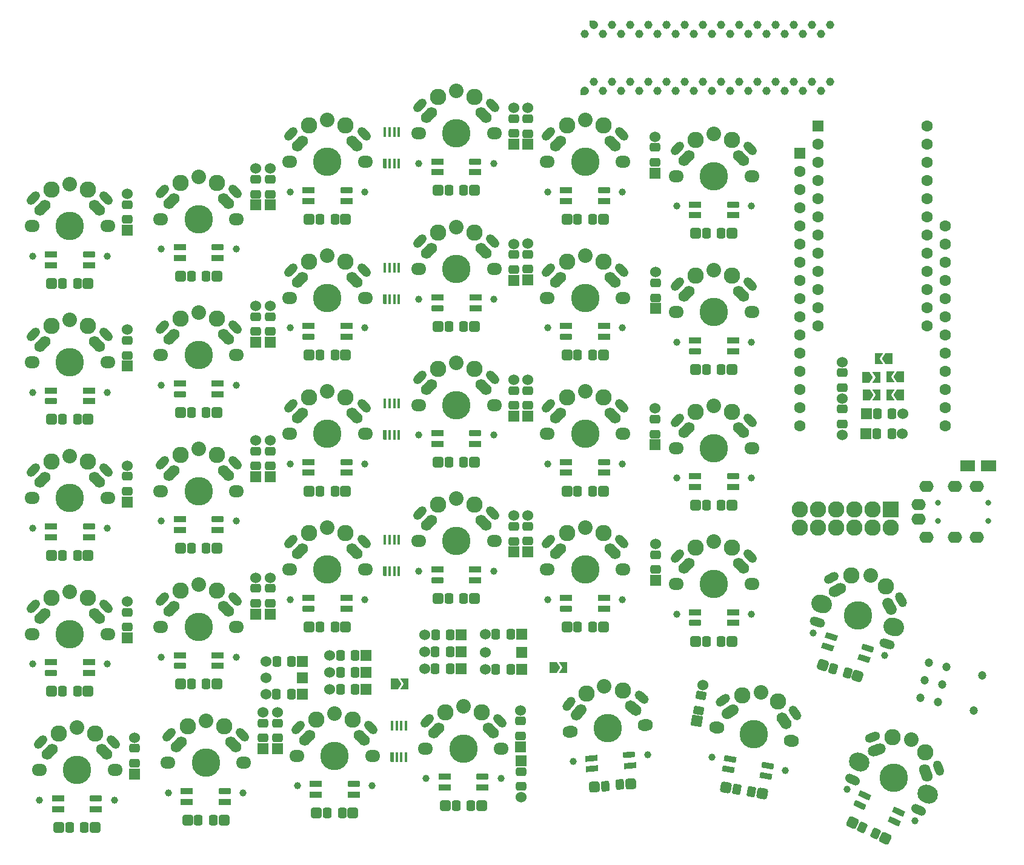
<source format=gbr>
%TF.GenerationSoftware,KiCad,Pcbnew,(6.0.0)*%
%TF.CreationDate,2022-05-14T17:53:23+09:00*%
%TF.ProjectId,brimstone2b,6272696d-7374-46f6-9e65-32622e6b6963,rev?*%
%TF.SameCoordinates,Original*%
%TF.FileFunction,Soldermask,Top*%
%TF.FilePolarity,Negative*%
%FSLAX46Y46*%
G04 Gerber Fmt 4.6, Leading zero omitted, Abs format (unit mm)*
G04 Created by KiCad (PCBNEW (6.0.0)) date 2022-05-14 17:53:23*
%MOMM*%
%LPD*%
G01*
G04 APERTURE LIST*
G04 Aperture macros list*
%AMRoundRect*
0 Rectangle with rounded corners*
0 $1 Rounding radius*
0 $2 $3 $4 $5 $6 $7 $8 $9 X,Y pos of 4 corners*
0 Add a 4 corners polygon primitive as box body*
4,1,4,$2,$3,$4,$5,$6,$7,$8,$9,$2,$3,0*
0 Add four circle primitives for the rounded corners*
1,1,$1+$1,$2,$3*
1,1,$1+$1,$4,$5*
1,1,$1+$1,$6,$7*
1,1,$1+$1,$8,$9*
0 Add four rect primitives between the rounded corners*
20,1,$1+$1,$2,$3,$4,$5,0*
20,1,$1+$1,$4,$5,$6,$7,0*
20,1,$1+$1,$6,$7,$8,$9,0*
20,1,$1+$1,$8,$9,$2,$3,0*%
%AMHorizOval*
0 Thick line with rounded ends*
0 $1 width*
0 $2 $3 position (X,Y) of the first rounded end (center of the circle)*
0 $4 $5 position (X,Y) of the second rounded end (center of the circle)*
0 Add line between two ends*
20,1,$1,$2,$3,$4,$5,0*
0 Add two circle primitives to create the rounded ends*
1,1,$1,$2,$3*
1,1,$1,$4,$5*%
%AMRotRect*
0 Rectangle, with rotation*
0 The origin of the aperture is its center*
0 $1 length*
0 $2 width*
0 $3 Rotation angle, in degrees counterclockwise*
0 Add horizontal line*
21,1,$1,$2,0,0,$3*%
%AMOutline5P*
0 Free polygon, 5 corners , with rotation*
0 The origin of the aperture is its center*
0 number of corners: always 5*
0 $1 to $10 corner X, Y*
0 $11 Rotation angle, in degrees counterclockwise*
0 create outline with 5 corners*
4,1,5,$1,$2,$3,$4,$5,$6,$7,$8,$9,$10,$1,$2,$11*%
%AMOutline6P*
0 Free polygon, 6 corners , with rotation*
0 The origin of the aperture is its center*
0 number of corners: always 6*
0 $1 to $12 corner X, Y*
0 $13 Rotation angle, in degrees counterclockwise*
0 create outline with 6 corners*
4,1,6,$1,$2,$3,$4,$5,$6,$7,$8,$9,$10,$11,$12,$1,$2,$13*%
%AMOutline7P*
0 Free polygon, 7 corners , with rotation*
0 The origin of the aperture is its center*
0 number of corners: always 7*
0 $1 to $14 corner X, Y*
0 $15 Rotation angle, in degrees counterclockwise*
0 create outline with 7 corners*
4,1,7,$1,$2,$3,$4,$5,$6,$7,$8,$9,$10,$11,$12,$13,$14,$1,$2,$15*%
%AMOutline8P*
0 Free polygon, 8 corners , with rotation*
0 The origin of the aperture is its center*
0 number of corners: always 8*
0 $1 to $16 corner X, Y*
0 $17 Rotation angle, in degrees counterclockwise*
0 create outline with 8 corners*
4,1,8,$1,$2,$3,$4,$5,$6,$7,$8,$9,$10,$11,$12,$13,$14,$15,$16,$1,$2,$17*%
%AMFreePoly0*
4,1,21,-0.579500,0.579500,0.000000,0.579500,0.149986,0.559754,0.289750,0.501862,0.409768,0.409768,0.501862,0.289750,0.559754,0.149986,0.579500,0.000000,0.559754,-0.149986,0.501862,-0.289750,0.409768,-0.409768,0.289750,-0.501862,0.149986,-0.559754,0.000000,-0.579500,-0.149986,-0.559754,-0.289750,-0.501862,-0.409768,-0.409768,-0.501862,-0.289750,-0.559754,-0.149986,-0.579500,0.000000,
-0.579500,0.579500,-0.579500,0.579500,$1*%
%AMFreePoly1*
4,1,6,1.000000,0.000000,0.500000,-0.750000,-0.500000,-0.750000,-0.500000,0.750000,0.500000,0.750000,1.000000,0.000000,1.000000,0.000000,$1*%
%AMFreePoly2*
4,1,6,0.500000,-0.750000,-0.650000,-0.750000,-0.150000,0.000000,-0.650000,0.750000,0.500000,0.750000,0.500000,-0.750000,0.500000,-0.750000,$1*%
%AMFreePoly3*
4,1,21,-0.579500,0.000000,-0.559754,0.149986,-0.501862,0.289750,-0.409768,0.409768,-0.289750,0.501862,-0.149986,0.559754,0.000000,0.579500,0.149986,0.559754,0.289750,0.501862,0.409768,0.409768,0.501862,0.289750,0.559754,0.149986,0.579500,0.000000,0.559754,-0.149986,0.501862,-0.289750,0.409768,-0.409768,0.289750,-0.501862,0.149986,-0.559754,0.000000,-0.579500,-0.579500,-0.579500,
-0.579500,0.000000,-0.579500,0.000000,$1*%
G04 Aperture macros list end*
%ADD10RoundRect,0.250000X-0.337500X-0.475000X0.337500X-0.475000X0.337500X0.475000X-0.337500X0.475000X0*%
%ADD11R,1.524000X1.524000*%
%ADD12C,1.524000*%
%ADD13R,1.700000X0.820000*%
%ADD14RoundRect,0.205000X0.645000X0.205000X-0.645000X0.205000X-0.645000X-0.205000X0.645000X-0.205000X0*%
%ADD15FreePoly0,90.000000*%
%ADD16C,1.159000*%
%ADD17RoundRect,0.205000X-0.645000X-0.205000X0.645000X-0.205000X0.645000X0.205000X-0.645000X0.205000X0*%
%ADD18O,2.121800X1.701800*%
%ADD19C,0.990600*%
%ADD20C,3.987800*%
%ADD21C,2.032000*%
%ADD22C,2.286000*%
%ADD23HorizOval,1.550000X0.350018X0.350018X-0.350018X-0.350018X0*%
%ADD24HorizOval,1.250000X-0.335876X0.335876X0.335876X-0.335876X0*%
%ADD25HorizOval,1.250000X0.335876X0.335876X-0.335876X-0.335876X0*%
%ADD26HorizOval,1.550000X-0.350018X0.350018X0.350018X-0.350018X0*%
%ADD27RoundRect,0.381000X-0.381000X-0.381000X0.381000X-0.381000X0.381000X0.381000X-0.381000X0.381000X0*%
%ADD28FreePoly1,180.000000*%
%ADD29FreePoly2,180.000000*%
%ADD30RoundRect,0.250000X0.475000X-0.337500X0.475000X0.337500X-0.475000X0.337500X-0.475000X-0.337500X0*%
%ADD31RoundRect,0.250000X0.337500X0.475000X-0.337500X0.475000X-0.337500X-0.475000X0.337500X-0.475000X0*%
%ADD32RoundRect,0.381000X0.381000X0.381000X-0.381000X0.381000X-0.381000X-0.381000X0.381000X-0.381000X0*%
%ADD33FreePoly1,0.000000*%
%ADD34FreePoly2,0.000000*%
%ADD35RotRect,1.700000X0.820000X5.000000*%
%ADD36RoundRect,0.205000X-0.624679X-0.260435X0.660413X-0.148004X0.624679X0.260435X-0.660413X0.148004X0*%
%ADD37RoundRect,0.250000X-0.475000X0.337500X-0.475000X-0.337500X0.475000X-0.337500X0.475000X0.337500X0*%
%ADD38RotRect,1.700000X0.820000X155.000000*%
%ADD39RoundRect,0.205000X0.671205X-0.086796X-0.497932X0.458382X-0.671205X0.086796X0.497932X-0.458382X0*%
%ADD40HorizOval,1.701800X-0.206810X0.036466X0.206810X-0.036466X0*%
%ADD41HorizOval,1.701800X0.206810X-0.036466X-0.206810X0.036466X0*%
%ADD42HorizOval,1.550000X0.405480X0.283920X-0.405480X-0.283920X0*%
%ADD43HorizOval,1.250000X-0.272449X0.389097X0.272449X-0.389097X0*%
%ADD44HorizOval,1.550000X-0.283920X0.405480X0.283920X-0.405480X0*%
%ADD45HorizOval,1.250000X0.389097X0.272449X-0.389097X-0.272449X0*%
%ADD46RoundRect,0.381000X-0.477935X-0.248797X0.248797X-0.477935X0.477935X0.248797X-0.248797X0.477935X0*%
%ADD47RoundRect,0.250000X-0.464715X-0.351527X0.179044X-0.554504X0.464715X0.351527X-0.179044X0.554504X0*%
%ADD48R,1.500000X1.500000*%
%ADD49RoundRect,0.381000X-0.441372X-0.309052X0.309052X-0.441372X0.441372X0.309052X-0.309052X0.441372X0*%
%ADD50RoundRect,0.250000X-0.414856X-0.409177X0.249890X-0.526390X0.414856X0.409177X-0.249890X0.526390X0*%
%ADD51RotRect,1.700000X0.820000X342.500000*%
%ADD52RoundRect,0.205000X-0.676792X-0.001557X0.553503X-0.389467X0.676792X0.001557X-0.553503X0.389467X0*%
%ADD53R,1.600000X1.600000*%
%ADD54C,1.600000*%
%ADD55HorizOval,1.250000X0.446354X0.162460X-0.446354X-0.162460X0*%
%ADD56HorizOval,1.550000X-0.169300X0.465148X0.169300X-0.465148X0*%
%ADD57HorizOval,2.489200X0.190325X-0.088750X-0.190325X0.088750X0*%
%ADD58HorizOval,1.250000X0.430496X-0.200744X-0.430496X0.200744X0*%
%ADD59HorizOval,1.550000X0.465148X0.169300X-0.465148X-0.169300X0*%
%ADD60HorizOval,1.250000X-0.162460X0.446354X0.162460X-0.446354X0*%
%ADD61R,2.286000X2.286000*%
%ADD62RotRect,1.700000X0.820000X350.000000*%
%ADD63RoundRect,0.205000X-0.670799X-0.089883X0.599603X-0.313889X0.670799X0.089883X-0.599603X0.313889X0*%
%ADD64RoundRect,0.250000X0.506623X0.287863X-0.105135X0.573130X-0.506623X-0.287863X0.105135X-0.573130X0*%
%ADD65RoundRect,0.381000X0.506321X0.184286X-0.184286X0.506321X-0.506321X-0.184286X0.184286X-0.506321X0*%
%ADD66HorizOval,1.701800X0.209201X0.018303X-0.209201X-0.018303X0*%
%ADD67HorizOval,1.701800X-0.209201X-0.018303X0.209201X0.018303X0*%
%ADD68HorizOval,1.550000X0.318180X0.379192X-0.318180X-0.379192X0*%
%ADD69HorizOval,1.250000X-0.363871X0.305324X0.363871X-0.305324X0*%
%ADD70HorizOval,1.550000X-0.379192X0.318180X0.379192X-0.318180X0*%
%ADD71HorizOval,1.250000X0.305324X0.363871X-0.305324X-0.363871X0*%
%ADD72C,1.200000*%
%ADD73RoundRect,0.250000X-0.294817X-0.502608X0.377615X-0.443777X0.294817X0.502608X-0.377615X0.443777X0*%
%ADD74RoundRect,0.381000X-0.346344X-0.412757X0.412757X-0.346344X0.346344X0.412757X-0.412757X0.346344X0*%
%ADD75RotRect,1.524000X1.524000X80.000000*%
%ADD76RoundRect,0.250000X0.409177X-0.414856X0.526390X0.249890X-0.409177X0.414856X-0.526390X-0.249890X0*%
%ADD77C,0.800000*%
%ADD78O,2.000000X1.600000*%
%ADD79HorizOval,1.550000X-0.228566X0.439070X0.228566X-0.439070X0*%
%ADD80HorizOval,1.250000X0.421330X0.219331X-0.421330X-0.219331X0*%
%ADD81HorizOval,2.489200X0.200281X-0.063148X-0.200281X0.063148X0*%
%ADD82HorizOval,1.250000X0.453016X-0.142835X-0.453016X0.142835X0*%
%ADD83HorizOval,1.250000X-0.219331X0.421330X0.219331X-0.421330X0*%
%ADD84HorizOval,1.550000X0.439070X0.228566X-0.439070X-0.228566X0*%
%ADD85FreePoly3,270.000000*%
%ADD86Outline5P,-0.225000X0.700000X0.225000X0.700000X0.225000X-0.700000X-0.135000X-0.700000X-0.225000X-0.610000X0.000000*%
%ADD87R,0.450000X1.400000*%
G04 APERTURE END LIST*
D10*
%TO.C,D1*%
X183502500Y-87087049D03*
D11*
X182000000Y-87087049D03*
D10*
X185577500Y-87087049D03*
D12*
X187080000Y-87087049D03*
%TD*%
D13*
%TO.C,D130*%
X145320000Y-112860000D03*
X145320000Y-114360000D03*
D14*
X140020000Y-114360000D03*
D13*
X140020000Y-112860000D03*
%TD*%
D15*
%TO.C,IC1*%
X142590000Y-41946049D03*
D16*
X145130000Y-41946049D03*
X147670000Y-41946049D03*
X150210000Y-41946049D03*
X152750000Y-41946049D03*
X155290000Y-41946049D03*
X157830000Y-41946049D03*
X160370000Y-41946049D03*
X162910000Y-41946049D03*
X165450000Y-41946049D03*
X167990000Y-41946049D03*
X170530000Y-41946049D03*
X173070000Y-41946049D03*
X175610000Y-41946049D03*
X175610000Y-34008049D03*
X173070000Y-34008049D03*
X170530000Y-34008049D03*
X167990000Y-34008049D03*
X165450000Y-34008049D03*
X162910000Y-34008049D03*
X160370000Y-34008049D03*
X157830000Y-34008049D03*
X155290000Y-34008049D03*
X152750000Y-34008049D03*
X150210000Y-34008049D03*
X147670000Y-34008049D03*
X145130000Y-34008049D03*
X142590000Y-34008049D03*
%TD*%
D13*
%TO.C,D128*%
X86020000Y-65360000D03*
X86020000Y-63860000D03*
D17*
X91320000Y-63860000D03*
D13*
X91320000Y-65360000D03*
%TD*%
D18*
%TO.C,SW8*%
X137380000Y-70907049D03*
D19*
X147890000Y-75107049D03*
D20*
X142670000Y-70907049D03*
D18*
X147960000Y-70907049D03*
D19*
X137450000Y-75107049D03*
D21*
X142670000Y-65007049D03*
D22*
X140130000Y-65827049D03*
D23*
X138860000Y-68367049D03*
D24*
X147770000Y-67007049D03*
D22*
X145210000Y-65827049D03*
D25*
X137570000Y-67007049D03*
D26*
X146480000Y-68367049D03*
%TD*%
D18*
%TO.C,SW31*%
X84380000Y-135907049D03*
D19*
X84450000Y-140107049D03*
X94890000Y-140107049D03*
D20*
X89670000Y-135907049D03*
D18*
X94960000Y-135907049D03*
D21*
X89670000Y-130007049D03*
D22*
X87130000Y-130827049D03*
D23*
X85860000Y-133367049D03*
D22*
X92210000Y-130827049D03*
D24*
X94770000Y-132007049D03*
D25*
X84570000Y-132007049D03*
D26*
X93480000Y-133367049D03*
%TD*%
D10*
%TO.C,C6*%
X123632500Y-55907049D03*
D27*
X122130000Y-55907049D03*
X127210000Y-55907049D03*
D10*
X125707500Y-55907049D03*
%TD*%
D18*
%TO.C,SW17*%
X101380000Y-51907049D03*
X111960000Y-51907049D03*
D19*
X111890000Y-56107049D03*
X101450000Y-56107049D03*
D20*
X106670000Y-51907049D03*
D21*
X106670000Y-46007049D03*
D22*
X104130000Y-46827049D03*
D23*
X102860000Y-49367049D03*
D25*
X101570000Y-48007049D03*
D24*
X111770000Y-48007049D03*
D26*
X110480000Y-49367049D03*
D22*
X109210000Y-46827049D03*
%TD*%
D28*
%TO.C,JP9*%
X186740000Y-84527049D03*
D29*
X185290000Y-84527049D03*
%TD*%
D11*
%TO.C,D49*%
X98670000Y-77107049D03*
D30*
X98670000Y-75604549D03*
D12*
X98670000Y-72027049D03*
D30*
X98670000Y-73529549D03*
%TD*%
D11*
%TO.C,D8*%
X133780000Y-117947049D03*
D31*
X132277500Y-117947049D03*
X130202500Y-117947049D03*
D12*
X128700000Y-117947049D03*
%TD*%
D11*
%TO.C,D29*%
X134680000Y-68407049D03*
D30*
X134680000Y-66904549D03*
X134680000Y-64829549D03*
D12*
X134680000Y-63327049D03*
%TD*%
D13*
%TO.C,D105*%
X123020000Y-139360000D03*
X123020000Y-137860000D03*
D17*
X128320000Y-137860000D03*
D13*
X128320000Y-139360000D03*
%TD*%
D11*
%TO.C,D39*%
X152480000Y-72407049D03*
D30*
X152480000Y-70904549D03*
X152480000Y-68829549D03*
D12*
X152480000Y-67327049D03*
%TD*%
D13*
%TO.C,D103*%
X109320000Y-74870000D03*
X109320000Y-76370000D03*
D14*
X104020000Y-76370000D03*
D13*
X104020000Y-74870000D03*
%TD*%
%TO.C,D113*%
X158020000Y-59360000D03*
X158020000Y-57860000D03*
D17*
X163320000Y-57860000D03*
D13*
X163320000Y-59360000D03*
%TD*%
D30*
%TO.C,D63*%
X79670000Y-135944549D03*
D11*
X79670000Y-137447049D03*
D30*
X79670000Y-133869549D03*
D12*
X79670000Y-132367049D03*
%TD*%
D11*
%TO.C,D2*%
X181940000Y-89927049D03*
D10*
X183442500Y-89927049D03*
X185517500Y-89927049D03*
D12*
X187020000Y-89927049D03*
%TD*%
D11*
%TO.C,D67*%
X96670000Y-57928299D03*
D30*
X96670000Y-56425799D03*
D12*
X96670000Y-52848299D03*
D30*
X96670000Y-54350799D03*
%TD*%
D31*
%TO.C,C20*%
X107707500Y-116907049D03*
D32*
X109210000Y-116907049D03*
X104130000Y-116907049D03*
D31*
X105632500Y-116907049D03*
%TD*%
D19*
%TO.C,SW9*%
X137450000Y-113107049D03*
X147890000Y-113107049D03*
D20*
X142670000Y-108907049D03*
D18*
X137380000Y-108907049D03*
X147960000Y-108907049D03*
D23*
X138860000Y-106367049D03*
D21*
X142670000Y-103007049D03*
D22*
X140130000Y-103827049D03*
D24*
X147770000Y-105007049D03*
D22*
X145210000Y-103827049D03*
D25*
X137570000Y-105007049D03*
D26*
X146480000Y-106367049D03*
%TD*%
D19*
%TO.C,SW18*%
X101450000Y-75107049D03*
D18*
X101380000Y-70907049D03*
D19*
X111890000Y-75107049D03*
D20*
X106670000Y-70907049D03*
D18*
X111960000Y-70907049D03*
D23*
X102860000Y-68367049D03*
D22*
X104130000Y-65827049D03*
D21*
X106670000Y-65007049D03*
D25*
X101570000Y-67007049D03*
D26*
X110480000Y-68367049D03*
D24*
X111770000Y-67007049D03*
D22*
X109210000Y-65827049D03*
%TD*%
D28*
%TO.C,JP5*%
X186730000Y-81977049D03*
D29*
X185280000Y-81977049D03*
%TD*%
D30*
%TO.C,D31*%
X134680000Y-104904549D03*
D11*
X134680000Y-106407049D03*
D30*
X134680000Y-102829549D03*
D12*
X134680000Y-101327049D03*
%TD*%
D33*
%TO.C,JP14*%
X138200000Y-122617049D03*
D34*
X139650000Y-122617049D03*
%TD*%
D11*
%TO.C,D27*%
X134651250Y-49465799D03*
D30*
X134651250Y-47963299D03*
D12*
X134651250Y-44385799D03*
D30*
X134651250Y-45888299D03*
%TD*%
D11*
%TO.C,D73*%
X96670000Y-95928299D03*
D30*
X96670000Y-94425799D03*
D12*
X96670000Y-90848299D03*
D30*
X96670000Y-92350799D03*
%TD*%
D11*
%TO.C,D51*%
X98670000Y-115107049D03*
D30*
X98670000Y-113604549D03*
X98670000Y-111529549D03*
D12*
X98670000Y-110027049D03*
%TD*%
D11*
%TO.C,D21*%
X133680000Y-133647049D03*
D30*
X133680000Y-132144549D03*
X133680000Y-130069549D03*
D12*
X133680000Y-128567049D03*
%TD*%
D27*
%TO.C,C27*%
X68130000Y-106907049D03*
D10*
X69632500Y-106907049D03*
X71707500Y-106907049D03*
D27*
X73210000Y-106907049D03*
%TD*%
D35*
%TO.C,D111*%
X143655451Y-136758109D03*
X143524717Y-135263817D03*
D36*
X148804549Y-134801891D03*
D35*
X148935283Y-136296183D03*
%TD*%
D27*
%TO.C,C5*%
X123130000Y-141907049D03*
D10*
X124632500Y-141907049D03*
D27*
X128210000Y-141907049D03*
D10*
X126707500Y-141907049D03*
%TD*%
D13*
%TO.C,D121*%
X105020000Y-140360000D03*
X105020000Y-138860000D03*
D17*
X110320000Y-138860000D03*
D13*
X110320000Y-140360000D03*
%TD*%
D31*
%TO.C,D15*%
X101650000Y-121757049D03*
D11*
X103152500Y-121757049D03*
D12*
X98072500Y-121757049D03*
D31*
X99575000Y-121757049D03*
%TD*%
D18*
%TO.C,SW23*%
X75960000Y-79907049D03*
X65380000Y-79907049D03*
D19*
X65450000Y-84107049D03*
X75890000Y-84107049D03*
D20*
X70670000Y-79907049D03*
D21*
X70670000Y-74007049D03*
D23*
X66860000Y-77367049D03*
D22*
X68130000Y-74827049D03*
D26*
X74480000Y-77367049D03*
D22*
X73210000Y-74827049D03*
D25*
X65570000Y-76007049D03*
D24*
X75770000Y-76007049D03*
%TD*%
D18*
%TO.C,SW15*%
X155380000Y-110907049D03*
D19*
X165890000Y-115107049D03*
D18*
X165960000Y-110907049D03*
D19*
X155450000Y-115107049D03*
D20*
X160670000Y-110907049D03*
D21*
X160670000Y-105007049D03*
D23*
X156860000Y-108367049D03*
D22*
X158130000Y-105827049D03*
D24*
X165770000Y-107007049D03*
D22*
X163210000Y-105827049D03*
D26*
X164480000Y-108367049D03*
D25*
X155570000Y-107007049D03*
%TD*%
D27*
%TO.C,C32*%
X87130000Y-143907049D03*
D10*
X88632500Y-143907049D03*
X90707500Y-143907049D03*
D27*
X92210000Y-143907049D03*
%TD*%
D11*
%TO.C,D71*%
X96670000Y-115107049D03*
D30*
X96670000Y-113604549D03*
D12*
X96670000Y-110027049D03*
D30*
X96670000Y-111529549D03*
%TD*%
D11*
%TO.C,D33*%
X133690000Y-135617049D03*
D37*
X133690000Y-137119549D03*
X133690000Y-139194549D03*
D12*
X133690000Y-140697049D03*
%TD*%
D38*
%TO.C,D102*%
X186498679Y-142700208D03*
X185864752Y-144059669D03*
D39*
X181061321Y-141819792D03*
D38*
X181695248Y-140460331D03*
%TD*%
D20*
%TO.C,SW16*%
X166270000Y-131907049D03*
D19*
X160399981Y-135136798D03*
X170681374Y-136949685D03*
D40*
X161060367Y-130988450D03*
D41*
X171479633Y-132825648D03*
D21*
X167294524Y-126096683D03*
D42*
X162958949Y-128744038D03*
D22*
X164650721Y-126463159D03*
D43*
X171969747Y-128951904D03*
D44*
X170463184Y-130067237D03*
D45*
X161924708Y-127180693D03*
D22*
X169653544Y-127345292D03*
%TD*%
D46*
%TO.C,C1*%
X175911841Y-122268363D03*
D47*
X177344801Y-122720174D03*
X179323763Y-123344138D03*
D46*
X180756723Y-123795949D03*
%TD*%
D18*
%TO.C,SW7*%
X147960000Y-51907049D03*
D20*
X142670000Y-51907049D03*
D18*
X137380000Y-51907049D03*
D19*
X147890000Y-56107049D03*
X137450000Y-56107049D03*
D21*
X142670000Y-46007049D03*
D22*
X140130000Y-46827049D03*
D23*
X138860000Y-49367049D03*
D24*
X147770000Y-48007049D03*
D22*
X145210000Y-46827049D03*
D26*
X146480000Y-49367049D03*
D25*
X137570000Y-48007049D03*
%TD*%
D12*
%TO.C,R2*%
X178620000Y-84964549D03*
D37*
X178620000Y-86467049D03*
D12*
X178620000Y-90044549D03*
D37*
X178620000Y-88542049D03*
%TD*%
D30*
%TO.C,D19*%
X132670000Y-104944549D03*
D11*
X132670000Y-106447049D03*
D30*
X132670000Y-102869549D03*
D12*
X132670000Y-101367049D03*
%TD*%
D13*
%TO.C,D127*%
X68020000Y-104360000D03*
X68020000Y-102860000D03*
D17*
X73320000Y-102860000D03*
D13*
X73320000Y-104360000D03*
%TD*%
D31*
%TO.C,C30*%
X89707500Y-124907049D03*
D32*
X91210000Y-124907049D03*
X86130000Y-124907049D03*
D31*
X87632500Y-124907049D03*
%TD*%
D33*
%TO.C,JP3*%
X181935000Y-81997049D03*
D34*
X183385000Y-81997049D03*
%TD*%
D30*
%TO.C,D23*%
X132670000Y-47944549D03*
D11*
X132670000Y-49447049D03*
D12*
X132670000Y-44367049D03*
D30*
X132670000Y-45869549D03*
%TD*%
D48*
%TO.C,JP11*%
X198780000Y-94417049D03*
X196380000Y-94417049D03*
D33*
X195580000Y-94417049D03*
D28*
X199580000Y-94417049D03*
%TD*%
D13*
%TO.C,D116*%
X73320000Y-121850000D03*
X73320000Y-123350000D03*
D14*
X68020000Y-123350000D03*
D13*
X68020000Y-121850000D03*
%TD*%
D10*
%TO.C,C23*%
X69632500Y-68907049D03*
D27*
X68130000Y-68907049D03*
X73210000Y-68907049D03*
D10*
X71707500Y-68907049D03*
%TD*%
D13*
%TO.C,D115*%
X158020000Y-97360000D03*
X158020000Y-95860000D03*
D17*
X163320000Y-95860000D03*
D13*
X163320000Y-97360000D03*
%TD*%
D18*
%TO.C,SW2*%
X129960000Y-66907049D03*
D19*
X129890000Y-71107049D03*
X119450000Y-71107049D03*
D20*
X124670000Y-66907049D03*
D18*
X119380000Y-66907049D03*
D21*
X124670000Y-61007049D03*
D23*
X120860000Y-64367049D03*
D22*
X122130000Y-61827049D03*
D24*
X129770000Y-63007049D03*
D26*
X128480000Y-64367049D03*
D25*
X119570000Y-63007049D03*
D22*
X127210000Y-61827049D03*
%TD*%
D13*
%TO.C,D118*%
X104020000Y-57360000D03*
X104020000Y-55860000D03*
D17*
X109320000Y-55860000D03*
D13*
X109320000Y-57360000D03*
%TD*%
D18*
%TO.C,SW27*%
X93960000Y-59907049D03*
D20*
X88670000Y-59907049D03*
D19*
X93890000Y-64107049D03*
D18*
X83380000Y-59907049D03*
D19*
X83450000Y-64107049D03*
D21*
X88670000Y-54007049D03*
D23*
X84860000Y-57367049D03*
D22*
X86130000Y-54827049D03*
D26*
X92480000Y-57367049D03*
D24*
X93770000Y-56007049D03*
D25*
X83570000Y-56007049D03*
D22*
X91210000Y-54827049D03*
%TD*%
D30*
%TO.C,R1*%
X178620000Y-83464549D03*
D12*
X178620000Y-84967049D03*
X178620000Y-79887049D03*
D30*
X178620000Y-81389549D03*
%TD*%
D20*
%TO.C,SW30*%
X88670000Y-97907049D03*
D18*
X93960000Y-97907049D03*
D19*
X93890000Y-102107049D03*
D18*
X83380000Y-97907049D03*
D19*
X83450000Y-102107049D03*
D22*
X86130000Y-92827049D03*
D21*
X88670000Y-92007049D03*
D23*
X84860000Y-95367049D03*
D26*
X92480000Y-95367049D03*
D22*
X91210000Y-92827049D03*
D25*
X83570000Y-94007049D03*
D24*
X93770000Y-94007049D03*
%TD*%
D11*
%TO.C,D3*%
X125310000Y-120417049D03*
D31*
X123807500Y-120417049D03*
D12*
X120230000Y-120417049D03*
D31*
X121732500Y-120417049D03*
%TD*%
D49*
%TO.C,C17*%
X162379402Y-139344445D03*
D50*
X163859076Y-139605351D03*
D49*
X167382226Y-140226577D03*
D50*
X165902552Y-139965671D03*
%TD*%
D51*
%TO.C,D101*%
X176607121Y-119708417D03*
X177058179Y-118277842D03*
D52*
X182112879Y-119871583D03*
D51*
X181661821Y-121302158D03*
%TD*%
D10*
%TO.C,C26*%
X70632500Y-144907049D03*
D27*
X69130000Y-144907049D03*
X74210000Y-144907049D03*
D10*
X72707500Y-144907049D03*
%TD*%
D27*
%TO.C,C22*%
X104130000Y-97907049D03*
D10*
X105632500Y-97907049D03*
X107707500Y-97907049D03*
D27*
X109210000Y-97907049D03*
%TD*%
%TO.C,C21*%
X105130000Y-142907049D03*
D10*
X106632500Y-142907049D03*
D27*
X110210000Y-142907049D03*
D10*
X108707500Y-142907049D03*
%TD*%
D27*
%TO.C,C18*%
X104130000Y-59907049D03*
D10*
X105632500Y-59907049D03*
D27*
X109210000Y-59907049D03*
D10*
X107707500Y-59907049D03*
%TD*%
D13*
%TO.C,D129*%
X145330000Y-74855000D03*
X145330000Y-76355000D03*
D14*
X140030000Y-76355000D03*
D13*
X140030000Y-74855000D03*
%TD*%
D18*
%TO.C,SW11*%
X137380000Y-89907049D03*
X147960000Y-89907049D03*
D19*
X147890000Y-94107049D03*
D20*
X142670000Y-89907049D03*
D19*
X137450000Y-94107049D03*
D21*
X142670000Y-84007049D03*
D23*
X138860000Y-87367049D03*
D22*
X140130000Y-84827049D03*
X145210000Y-84827049D03*
D26*
X146480000Y-87367049D03*
D24*
X147770000Y-86007049D03*
D25*
X137570000Y-86007049D03*
%TD*%
D27*
%TO.C,C7*%
X122130000Y-93907049D03*
D10*
X123632500Y-93907049D03*
X125707500Y-93907049D03*
D27*
X127210000Y-93907049D03*
%TD*%
D18*
%TO.C,SW12*%
X165960000Y-53907049D03*
D19*
X155450000Y-58107049D03*
D18*
X155380000Y-53907049D03*
D20*
X160670000Y-53907049D03*
D19*
X165890000Y-58107049D03*
D23*
X156860000Y-51367049D03*
D22*
X158130000Y-48827049D03*
D21*
X160670000Y-48007049D03*
D22*
X163210000Y-48827049D03*
D25*
X155570000Y-50007049D03*
D24*
X165770000Y-50007049D03*
D26*
X164480000Y-51367049D03*
%TD*%
D13*
%TO.C,D124*%
X163320000Y-76860000D03*
X163320000Y-78360000D03*
D14*
X158020000Y-78360000D03*
D13*
X158020000Y-76860000D03*
%TD*%
D19*
%TO.C,SW24*%
X65450000Y-122107049D03*
D18*
X75960000Y-117907049D03*
D19*
X75890000Y-122107049D03*
D20*
X70670000Y-117907049D03*
D18*
X65380000Y-117907049D03*
D21*
X70670000Y-112007049D03*
D22*
X68130000Y-112827049D03*
D23*
X66860000Y-115367049D03*
D25*
X65570000Y-114007049D03*
D22*
X73210000Y-112827049D03*
D24*
X75770000Y-114007049D03*
D26*
X74480000Y-115367049D03*
%TD*%
D13*
%TO.C,D125*%
X163320000Y-114860000D03*
X163320000Y-116360000D03*
D14*
X158020000Y-116360000D03*
D13*
X158020000Y-114860000D03*
%TD*%
D31*
%TO.C,C3*%
X125707500Y-74907049D03*
D32*
X127210000Y-74907049D03*
X122130000Y-74907049D03*
D31*
X123632500Y-74907049D03*
%TD*%
D11*
%TO.C,D59*%
X78670000Y-80447049D03*
D30*
X78670000Y-78944549D03*
X78670000Y-76869549D03*
D12*
X78670000Y-75367049D03*
%TD*%
D32*
%TO.C,C4*%
X127210000Y-112907049D03*
D31*
X125707500Y-112907049D03*
D32*
X122130000Y-112907049D03*
D31*
X123632500Y-112907049D03*
%TD*%
D13*
%TO.C,D109*%
X91320000Y-82860000D03*
X91320000Y-84360000D03*
D14*
X86020000Y-84360000D03*
D13*
X86020000Y-82860000D03*
%TD*%
D20*
%TO.C,SW6*%
X124670000Y-85907049D03*
D19*
X129890000Y-90107049D03*
D18*
X129960000Y-85907049D03*
D19*
X119450000Y-90107049D03*
D18*
X119380000Y-85907049D03*
D23*
X120860000Y-83367049D03*
D21*
X124670000Y-80007049D03*
D22*
X122130000Y-80827049D03*
D26*
X128480000Y-83367049D03*
D24*
X129770000Y-82007049D03*
D25*
X119570000Y-82007049D03*
D22*
X127210000Y-80827049D03*
%TD*%
D13*
%TO.C,D114*%
X73330000Y-83855000D03*
X73330000Y-85355000D03*
D14*
X68030000Y-85355000D03*
D13*
X68030000Y-83855000D03*
%TD*%
D31*
%TO.C,D12*%
X110537500Y-125647049D03*
D11*
X112040000Y-125647049D03*
D31*
X108462500Y-125647049D03*
D12*
X106960000Y-125647049D03*
%TD*%
D31*
%TO.C,D5*%
X123817500Y-122777049D03*
D11*
X125320000Y-122777049D03*
D31*
X121742500Y-122777049D03*
D12*
X120240000Y-122777049D03*
%TD*%
D19*
%TO.C,SW26*%
X75890000Y-103107049D03*
D18*
X65380000Y-98907049D03*
D19*
X65450000Y-103107049D03*
D20*
X70670000Y-98907049D03*
D18*
X75960000Y-98907049D03*
D22*
X68130000Y-93827049D03*
D23*
X66860000Y-96367049D03*
D21*
X70670000Y-93007049D03*
D22*
X73210000Y-93827049D03*
D24*
X75770000Y-95007049D03*
D26*
X74480000Y-96367049D03*
D25*
X65570000Y-95007049D03*
%TD*%
D20*
%TO.C,SW5*%
X124670000Y-47907049D03*
D19*
X129890000Y-52107049D03*
D18*
X119380000Y-47907049D03*
D19*
X119450000Y-52107049D03*
D18*
X129960000Y-47907049D03*
D22*
X122130000Y-42827049D03*
D23*
X120860000Y-45367049D03*
D21*
X124670000Y-42007049D03*
D25*
X119570000Y-44007049D03*
D22*
X127210000Y-42827049D03*
D24*
X129770000Y-44007049D03*
D26*
X128480000Y-45367049D03*
%TD*%
D31*
%TO.C,D7*%
X123837500Y-118037049D03*
D11*
X125340000Y-118037049D03*
D31*
X121762500Y-118037049D03*
D12*
X120260000Y-118037049D03*
%TD*%
D27*
%TO.C,C12*%
X140130000Y-97907049D03*
D10*
X141632500Y-97907049D03*
X143707500Y-97907049D03*
D27*
X145210000Y-97907049D03*
%TD*%
D53*
%TO.C,U2*%
X172710000Y-50747049D03*
D54*
X172710000Y-53287049D03*
X172710000Y-55827049D03*
X172710000Y-58367049D03*
X172710000Y-60907049D03*
X172710000Y-63447049D03*
X172710000Y-65987049D03*
X172710000Y-68527049D03*
X172710000Y-71067049D03*
X172710000Y-73607049D03*
X172710000Y-76147049D03*
X172710000Y-78687049D03*
X172710000Y-81227049D03*
X172710000Y-83767049D03*
X172710000Y-86307049D03*
X172710000Y-88847049D03*
X193030000Y-88847049D03*
X193030000Y-86307049D03*
X193030000Y-83767049D03*
X193030000Y-81227049D03*
X193030000Y-78687049D03*
X193030000Y-76147049D03*
X193030000Y-73607049D03*
X193030000Y-71067049D03*
X193030000Y-68527049D03*
X193030000Y-65987049D03*
X193030000Y-63447049D03*
X193030000Y-60907049D03*
%TD*%
D19*
%TO.C,S2*%
X179264077Y-139607474D03*
D20*
X185770000Y-138007049D03*
D19*
X188725930Y-144019609D03*
D55*
X182796042Y-132317095D03*
D56*
X190296483Y-137315203D03*
D57*
X180975632Y-135771398D03*
D58*
X180049023Y-138208096D03*
X189293362Y-142518802D03*
D57*
X190564368Y-140242700D03*
D59*
X183390418Y-134094852D03*
D60*
X192040381Y-136627802D03*
D22*
X185614879Y-132329555D03*
D21*
X188263448Y-132659833D03*
D22*
X190218923Y-134476456D03*
%TD*%
D11*
%TO.C,D17*%
X132670000Y-68447049D03*
D30*
X132670000Y-66944549D03*
X132670000Y-64869549D03*
D12*
X132670000Y-63367049D03*
%TD*%
D11*
%TO.C,D75*%
X97670000Y-133928299D03*
D30*
X97670000Y-132425799D03*
X97670000Y-130350799D03*
D12*
X97670000Y-128848299D03*
%TD*%
D53*
%TO.C,U3*%
X175250000Y-46937049D03*
D54*
X175250000Y-49477049D03*
X175250000Y-52017049D03*
X175250000Y-54557049D03*
X175250000Y-57097049D03*
X175250000Y-59637049D03*
X175250000Y-62177049D03*
X175250000Y-64717049D03*
X175250000Y-67257049D03*
X175250000Y-69797049D03*
X175250000Y-72337049D03*
X175250000Y-74877049D03*
X190490000Y-74877049D03*
X190490000Y-72337049D03*
X190490000Y-69797049D03*
X190490000Y-67257049D03*
X190490000Y-64717049D03*
X190490000Y-62177049D03*
X190490000Y-59637049D03*
X190490000Y-57097049D03*
X190490000Y-54557049D03*
X190490000Y-52017049D03*
X190490000Y-49477049D03*
X190490000Y-46937049D03*
%TD*%
D11*
%TO.C,D47*%
X98670000Y-57928299D03*
D30*
X98670000Y-56425799D03*
X98670000Y-54350799D03*
D12*
X98670000Y-52848299D03*
%TD*%
D13*
%TO.C,D104*%
X109320000Y-112860000D03*
X109320000Y-114360000D03*
D14*
X104020000Y-114360000D03*
D13*
X104020000Y-112860000D03*
%TD*%
D11*
%TO.C,D69*%
X96670000Y-77107049D03*
D30*
X96670000Y-75604549D03*
D12*
X96670000Y-72027049D03*
D30*
X96670000Y-73529549D03*
%TD*%
D13*
%TO.C,D131*%
X86020000Y-103370000D03*
X86020000Y-101870000D03*
D17*
X91320000Y-101870000D03*
D13*
X91320000Y-103370000D03*
%TD*%
D18*
%TO.C,SW29*%
X93960000Y-116907049D03*
D19*
X93890000Y-121107049D03*
D18*
X83380000Y-116907049D03*
D19*
X83450000Y-121107049D03*
D20*
X88670000Y-116907049D03*
D23*
X84860000Y-114367049D03*
D22*
X86130000Y-111827049D03*
D21*
X88670000Y-111007049D03*
D24*
X93770000Y-113007049D03*
D25*
X83570000Y-113007049D03*
D26*
X92480000Y-114367049D03*
D22*
X91210000Y-111827049D03*
%TD*%
D19*
%TO.C,SW19*%
X101450000Y-113107049D03*
D20*
X106670000Y-108907049D03*
D18*
X101380000Y-108907049D03*
X111960000Y-108907049D03*
D19*
X111890000Y-113107049D03*
D23*
X102860000Y-106367049D03*
D22*
X104130000Y-103827049D03*
D21*
X106670000Y-103007049D03*
D24*
X111770000Y-105007049D03*
D25*
X101570000Y-105007049D03*
D26*
X110480000Y-106367049D03*
D22*
X109210000Y-103827049D03*
%TD*%
D20*
%TO.C,SW21*%
X106670000Y-89907049D03*
D18*
X101380000Y-89907049D03*
X111960000Y-89907049D03*
D19*
X101450000Y-94107049D03*
X111890000Y-94107049D03*
D22*
X104130000Y-84827049D03*
D21*
X106670000Y-84007049D03*
D23*
X102860000Y-87367049D03*
D25*
X101570000Y-86007049D03*
D22*
X109210000Y-84827049D03*
D24*
X111770000Y-86007049D03*
D26*
X110480000Y-87367049D03*
%TD*%
D32*
%TO.C,C19*%
X109210000Y-78907049D03*
D31*
X107707500Y-78907049D03*
D32*
X104130000Y-78907049D03*
D31*
X105632500Y-78907049D03*
%TD*%
D19*
%TO.C,SW28*%
X83450000Y-83107049D03*
D20*
X88670000Y-78907049D03*
D18*
X93960000Y-78907049D03*
X83380000Y-78907049D03*
D19*
X93890000Y-83107049D03*
D21*
X88670000Y-73007049D03*
D23*
X84860000Y-76367049D03*
D22*
X86130000Y-73827049D03*
X91210000Y-73827049D03*
D26*
X92480000Y-76367049D03*
D25*
X83570000Y-75007049D03*
D24*
X93770000Y-75007049D03*
%TD*%
D11*
%TO.C,D57*%
X78670000Y-61447049D03*
D30*
X78670000Y-59944549D03*
X78670000Y-57869549D03*
D12*
X78670000Y-56367049D03*
%TD*%
D27*
%TO.C,C28*%
X86130000Y-67907049D03*
D10*
X87632500Y-67907049D03*
X89707500Y-67907049D03*
D27*
X91210000Y-67907049D03*
%TD*%
D13*
%TO.C,D112*%
X140020000Y-95360000D03*
X140020000Y-93860000D03*
D17*
X145320000Y-93860000D03*
D13*
X145320000Y-95360000D03*
%TD*%
D32*
%TO.C,C25*%
X73210000Y-125907049D03*
D31*
X71707500Y-125907049D03*
X69632500Y-125907049D03*
D32*
X68130000Y-125907049D03*
%TD*%
D20*
%TO.C,SW25*%
X71670000Y-136907049D03*
D18*
X76960000Y-136907049D03*
D19*
X76890000Y-141107049D03*
X66450000Y-141107049D03*
D18*
X66380000Y-136907049D03*
D21*
X71670000Y-131007049D03*
D23*
X67860000Y-134367049D03*
D22*
X69130000Y-131827049D03*
X74210000Y-131827049D03*
D24*
X76770000Y-133007049D03*
D26*
X75480000Y-134367049D03*
D25*
X66570000Y-133007049D03*
%TD*%
D61*
%TO.C,U1*%
X185350000Y-100507049D03*
D22*
X182810000Y-100507049D03*
X180270000Y-100507049D03*
X177767455Y-100507049D03*
X175190000Y-100507049D03*
X172650000Y-100507049D03*
X185350000Y-103047049D03*
X182810000Y-103047049D03*
X180270000Y-103049958D03*
X177767455Y-103049958D03*
X175190000Y-103049958D03*
X172650000Y-103047049D03*
%TD*%
D62*
%TO.C,D117*%
X162710023Y-136818438D03*
X162970496Y-135341227D03*
D63*
X168189977Y-136261562D03*
D62*
X167929504Y-137738773D03*
%TD*%
D64*
%TO.C,C2*%
X183287086Y-145786608D03*
D65*
X184648814Y-146421592D03*
X180044770Y-144274692D03*
D64*
X181406498Y-144909676D03*
%TD*%
D19*
%TO.C,SW10*%
X140986561Y-135725175D03*
D66*
X151090513Y-130625150D03*
D19*
X151386833Y-134815269D03*
D67*
X140550773Y-131547258D03*
D20*
X145820643Y-131086204D03*
D21*
X145306424Y-125208655D03*
D68*
X141803766Y-128887933D03*
D22*
X142847557Y-126246911D03*
D69*
X150561329Y-126756550D03*
D70*
X149394769Y-128223806D03*
D71*
X140400143Y-127645539D03*
D22*
X147908226Y-125804159D03*
%TD*%
D13*
%TO.C,D123*%
X68020000Y-66360000D03*
X68020000Y-64860000D03*
D17*
X73320000Y-64860000D03*
D13*
X73320000Y-66360000D03*
%TD*%
D72*
%TO.C,SW1*%
X193194912Y-122464548D03*
X192601961Y-124934368D03*
X192009010Y-127404187D03*
X190725092Y-121871597D03*
X190132141Y-124341416D03*
X189539190Y-126811236D03*
X198134551Y-123650450D03*
X196948649Y-128590090D03*
%TD*%
D32*
%TO.C,C16*%
X163210000Y-118907049D03*
D31*
X161707500Y-118907049D03*
X159632500Y-118907049D03*
D32*
X158130000Y-118907049D03*
%TD*%
D11*
%TO.C,D61*%
X78670000Y-118447049D03*
D30*
X78670000Y-116944549D03*
X78670000Y-114869549D03*
D12*
X78670000Y-113367049D03*
%TD*%
D28*
%TO.C,JP1*%
X185130000Y-79397049D03*
D29*
X183680000Y-79397049D03*
%TD*%
D31*
%TO.C,C14*%
X161707500Y-80907049D03*
D32*
X163210000Y-80907049D03*
D31*
X159632500Y-80907049D03*
D32*
X158130000Y-80907049D03*
%TD*%
D27*
%TO.C,C31*%
X86130000Y-105907049D03*
D10*
X87632500Y-105907049D03*
X89707500Y-105907049D03*
D27*
X91210000Y-105907049D03*
%TD*%
D33*
%TO.C,JP7*%
X181950000Y-84527049D03*
D34*
X183400000Y-84527049D03*
%TD*%
D13*
%TO.C,D110*%
X91320000Y-120860000D03*
X91320000Y-122360000D03*
D14*
X86020000Y-122360000D03*
D13*
X86020000Y-120860000D03*
%TD*%
D11*
%TO.C,D10*%
X112050000Y-123247049D03*
D31*
X110547500Y-123247049D03*
D12*
X106970000Y-123247049D03*
D31*
X108472500Y-123247049D03*
%TD*%
D73*
%TO.C,C11*%
X145484337Y-139146186D03*
D74*
X143987554Y-139277138D03*
D73*
X147551441Y-138965338D03*
D74*
X149048224Y-138834386D03*
%TD*%
D13*
%TO.C,D126*%
X69020000Y-142360000D03*
X69020000Y-140860000D03*
D17*
X74320000Y-140860000D03*
D13*
X74320000Y-142360000D03*
%TD*%
%TO.C,D120*%
X127320000Y-108860000D03*
X127320000Y-110360000D03*
D14*
X122020000Y-110360000D03*
D13*
X122020000Y-108860000D03*
%TD*%
D11*
%TO.C,D53*%
X99670000Y-133947049D03*
D30*
X99670000Y-132444549D03*
D12*
X99670000Y-128867049D03*
D30*
X99670000Y-130369549D03*
%TD*%
D13*
%TO.C,D107*%
X122020000Y-91350000D03*
X122020000Y-89850000D03*
D17*
X127320000Y-89850000D03*
D13*
X127320000Y-91350000D03*
%TD*%
D30*
%TO.C,D43*%
X152480000Y-108904549D03*
D11*
X152480000Y-110407049D03*
D30*
X152480000Y-106829549D03*
D12*
X152480000Y-105327049D03*
%TD*%
D13*
%TO.C,D122*%
X104020000Y-95360000D03*
X104020000Y-93860000D03*
D17*
X109320000Y-93860000D03*
D13*
X109320000Y-95360000D03*
%TD*%
D30*
%TO.C,D65*%
X78670000Y-97944549D03*
D11*
X78670000Y-99447049D03*
D12*
X78670000Y-94367049D03*
D30*
X78670000Y-95869549D03*
%TD*%
D27*
%TO.C,C15*%
X158130000Y-99907049D03*
D10*
X159632500Y-99907049D03*
D27*
X163210000Y-99907049D03*
D10*
X161707500Y-99907049D03*
%TD*%
D30*
%TO.C,D25*%
X132670000Y-85944549D03*
D11*
X132670000Y-87447049D03*
D12*
X132670000Y-82367049D03*
D30*
X132670000Y-83869549D03*
%TD*%
D27*
%TO.C,C8*%
X140130000Y-59907049D03*
D10*
X141632500Y-59907049D03*
D27*
X145210000Y-59907049D03*
D10*
X143707500Y-59907049D03*
%TD*%
%TO.C,C13*%
X159632500Y-61907049D03*
D27*
X158130000Y-61907049D03*
D10*
X161707500Y-61907049D03*
D27*
X163210000Y-61907049D03*
%TD*%
D13*
%TO.C,D119*%
X127340000Y-70870000D03*
X127340000Y-72370000D03*
D14*
X122040000Y-72370000D03*
D13*
X122040000Y-70870000D03*
%TD*%
D31*
%TO.C,C9*%
X143707500Y-78907049D03*
D32*
X145210000Y-78907049D03*
D31*
X141632500Y-78907049D03*
D32*
X140130000Y-78907049D03*
%TD*%
%TO.C,C29*%
X91210000Y-86907049D03*
D31*
X89707500Y-86907049D03*
X87632500Y-86907049D03*
D32*
X86130000Y-86907049D03*
%TD*%
D20*
%TO.C,SW3*%
X124670000Y-104907049D03*
D19*
X129890000Y-109107049D03*
X119450000Y-109107049D03*
D18*
X119380000Y-104907049D03*
X129960000Y-104907049D03*
D23*
X120860000Y-102367049D03*
D21*
X124670000Y-99007049D03*
D22*
X122130000Y-99827049D03*
X127210000Y-99827049D03*
D26*
X128480000Y-102367049D03*
D24*
X129770000Y-101007049D03*
D25*
X119570000Y-101007049D03*
%TD*%
D75*
%TO.C,D45*%
X158252733Y-130045332D03*
D76*
X158513639Y-128565658D03*
D12*
X159134865Y-125042508D03*
D76*
X158873959Y-126522182D03*
%TD*%
D30*
%TO.C,D37*%
X152451250Y-51963299D03*
D11*
X152451250Y-53465799D03*
D30*
X152451250Y-49888299D03*
D12*
X152451250Y-48385799D03*
%TD*%
D19*
%TO.C,SW20*%
X112890000Y-139107049D03*
D20*
X107670000Y-134907049D03*
D18*
X112960000Y-134907049D03*
X102380000Y-134907049D03*
D19*
X102450000Y-139107049D03*
D22*
X105130000Y-129827049D03*
D23*
X103860000Y-132367049D03*
D21*
X107670000Y-129007049D03*
D22*
X110210000Y-129827049D03*
D25*
X102570000Y-131007049D03*
D24*
X112770000Y-131007049D03*
D26*
X111480000Y-132367049D03*
%TD*%
D77*
%TO.C,U4*%
X198982500Y-102107049D03*
X191982500Y-102107049D03*
D78*
X189282500Y-99807049D03*
X190382500Y-104407049D03*
X194382500Y-104407049D03*
X197382500Y-104407049D03*
%TD*%
D18*
%TO.C,SW13*%
X155380000Y-72907049D03*
D19*
X165890000Y-77107049D03*
D18*
X165960000Y-72907049D03*
D19*
X155450000Y-77107049D03*
D20*
X160670000Y-72907049D03*
D23*
X156860000Y-70367049D03*
D22*
X158130000Y-67827049D03*
D21*
X160670000Y-67007049D03*
D25*
X155570000Y-69007049D03*
D22*
X163210000Y-67827049D03*
D26*
X164480000Y-70367049D03*
D24*
X165770000Y-69007049D03*
%TD*%
D13*
%TO.C,D106*%
X122020000Y-53360000D03*
X122020000Y-51860000D03*
D17*
X127320000Y-51860000D03*
D13*
X127320000Y-53360000D03*
%TD*%
%TO.C,D132*%
X87020000Y-141360000D03*
X87020000Y-139860000D03*
D17*
X92320000Y-139860000D03*
D13*
X92320000Y-141360000D03*
%TD*%
D33*
%TO.C,JP16*%
X116017927Y-124910651D03*
D34*
X117467927Y-124910651D03*
%TD*%
D20*
%TO.C,S1*%
X180770000Y-115307049D03*
D19*
X174528633Y-117742976D03*
X184485438Y-120882344D03*
D79*
X185167454Y-114030297D03*
D80*
X177078796Y-110053953D03*
D81*
X175724837Y-113716315D03*
D82*
X175124208Y-116253113D03*
X184852121Y-119320313D03*
D81*
X185815163Y-116897783D03*
D83*
X186806709Y-113121152D03*
D84*
X177900131Y-111738919D03*
D21*
X182544164Y-109680119D03*
D22*
X179875144Y-109698374D03*
X184720027Y-111225960D03*
%TD*%
D31*
%TO.C,D14*%
X110547500Y-120867049D03*
D11*
X112050000Y-120867049D03*
D31*
X108472500Y-120867049D03*
D12*
X106970000Y-120867049D03*
%TD*%
D20*
%TO.C,SW4*%
X125670000Y-133907049D03*
D19*
X120450000Y-138107049D03*
D18*
X120380000Y-133907049D03*
D19*
X130890000Y-138107049D03*
D18*
X130960000Y-133907049D03*
D21*
X125670000Y-128007049D03*
D22*
X123130000Y-128827049D03*
D23*
X121860000Y-131367049D03*
D25*
X120570000Y-130007049D03*
D26*
X129480000Y-131367049D03*
D22*
X128210000Y-128827049D03*
D24*
X130770000Y-130007049D03*
%TD*%
D13*
%TO.C,D108*%
X140030000Y-57360000D03*
X140030000Y-55860000D03*
D17*
X145330000Y-55860000D03*
D13*
X145330000Y-57360000D03*
%TD*%
D30*
%TO.C,D55*%
X98670000Y-94425799D03*
D11*
X98670000Y-95928299D03*
D12*
X98670000Y-90848299D03*
D30*
X98670000Y-92350799D03*
%TD*%
%TO.C,D35*%
X134651250Y-85963299D03*
D11*
X134651250Y-87465799D03*
D30*
X134651250Y-83888299D03*
D12*
X134651250Y-82385799D03*
%TD*%
D30*
%TO.C,D41*%
X152451250Y-89963299D03*
D11*
X152451250Y-91465799D03*
D12*
X152451250Y-86385799D03*
D30*
X152451250Y-87888299D03*
%TD*%
D11*
%TO.C,D11*%
X103130000Y-126317049D03*
D31*
X101627500Y-126317049D03*
X99552500Y-126317049D03*
D12*
X98050000Y-126317049D03*
%TD*%
D18*
%TO.C,SW14*%
X165960000Y-91907049D03*
X155380000Y-91907049D03*
D19*
X165890000Y-96107049D03*
D20*
X160670000Y-91907049D03*
D19*
X155450000Y-96107049D03*
D22*
X158130000Y-86827049D03*
D21*
X160670000Y-86007049D03*
D23*
X156860000Y-89367049D03*
D24*
X165770000Y-88007049D03*
D22*
X163210000Y-86827049D03*
D26*
X164480000Y-89367049D03*
D25*
X155570000Y-88007049D03*
%TD*%
D20*
%TO.C,SW22*%
X70670000Y-60907049D03*
D19*
X65450000Y-65107049D03*
D18*
X75960000Y-60907049D03*
D19*
X75890000Y-65107049D03*
D18*
X65380000Y-60907049D03*
D21*
X70670000Y-55007049D03*
D23*
X66860000Y-58367049D03*
D22*
X68130000Y-55827049D03*
D25*
X65570000Y-57007049D03*
D26*
X74480000Y-58367049D03*
D22*
X73210000Y-55827049D03*
D24*
X75770000Y-57007049D03*
%TD*%
D32*
%TO.C,C24*%
X73210000Y-87907049D03*
D31*
X71707500Y-87907049D03*
D32*
X68130000Y-87907049D03*
D31*
X69632500Y-87907049D03*
%TD*%
%TO.C,D4*%
X132267500Y-122877049D03*
D11*
X133770000Y-122877049D03*
D12*
X128690000Y-122877049D03*
D31*
X130192500Y-122877049D03*
%TD*%
D32*
%TO.C,C10*%
X145210000Y-116907049D03*
D31*
X143707500Y-116907049D03*
X141632500Y-116907049D03*
D32*
X140130000Y-116907049D03*
%TD*%
D11*
%TO.C,D16*%
X103140000Y-123997049D03*
D12*
X98060000Y-123997049D03*
%TD*%
D11*
%TO.C,D9*%
X133780000Y-120467049D03*
D12*
X128700000Y-120467049D03*
%TD*%
D85*
%TO.C,IC2*%
X143860000Y-32738049D03*
D16*
X146400000Y-32738049D03*
X148940000Y-32738049D03*
X151480000Y-32738049D03*
X154020000Y-32738049D03*
X156560000Y-32738049D03*
X159100000Y-32738049D03*
X161640000Y-32738049D03*
X164180000Y-32738049D03*
X166720000Y-32738049D03*
X169260000Y-32738049D03*
X171800000Y-32738049D03*
X174340000Y-32738049D03*
X176880000Y-32738049D03*
X176880000Y-40676049D03*
X174340000Y-40676049D03*
X171800000Y-40676049D03*
X169260000Y-40676049D03*
X166720000Y-40676049D03*
X164180000Y-40676049D03*
X161640000Y-40676049D03*
X159100000Y-40676049D03*
X156560000Y-40676049D03*
X154020000Y-40676049D03*
X151480000Y-40676049D03*
X148940000Y-40676049D03*
X146400000Y-40676049D03*
X143860000Y-40676049D03*
%TD*%
D86*
%TO.C,IC5*%
X114695000Y-109107049D03*
D87*
X115345000Y-109107049D03*
X115995000Y-109107049D03*
X116645000Y-109107049D03*
X116645000Y-104707049D03*
X115995000Y-104707049D03*
X115345000Y-104707049D03*
X114695000Y-104707049D03*
%TD*%
D77*
%TO.C,U5*%
X198982500Y-99567049D03*
X191982500Y-99567049D03*
D78*
X189282500Y-101867049D03*
X190382500Y-97267049D03*
X194382500Y-97267049D03*
X197382500Y-97267049D03*
%TD*%
D86*
%TO.C,IC7*%
X114695000Y-52107049D03*
D87*
X115345000Y-52107049D03*
X115995000Y-52107049D03*
X116645000Y-52107049D03*
X116645000Y-47707049D03*
X115995000Y-47707049D03*
X115345000Y-47707049D03*
X114695000Y-47707049D03*
%TD*%
D86*
%TO.C,IC4*%
X114695000Y-90107049D03*
D87*
X115345000Y-90107049D03*
X115995000Y-90107049D03*
X116645000Y-90107049D03*
X116645000Y-85707049D03*
X115995000Y-85707049D03*
X115345000Y-85707049D03*
X114695000Y-85707049D03*
%TD*%
D86*
%TO.C,IC3*%
X114695000Y-71107049D03*
D87*
X115345000Y-71107049D03*
X115995000Y-71107049D03*
X116645000Y-71107049D03*
X116645000Y-66707049D03*
X115995000Y-66707049D03*
X115345000Y-66707049D03*
X114695000Y-66707049D03*
%TD*%
D86*
%TO.C,IC6*%
X115695000Y-135107049D03*
D87*
X116345000Y-135107049D03*
X116995000Y-135107049D03*
X117645000Y-135107049D03*
X117645000Y-130707049D03*
X116995000Y-130707049D03*
X116345000Y-130707049D03*
X115695000Y-130707049D03*
%TD*%
M02*

</source>
